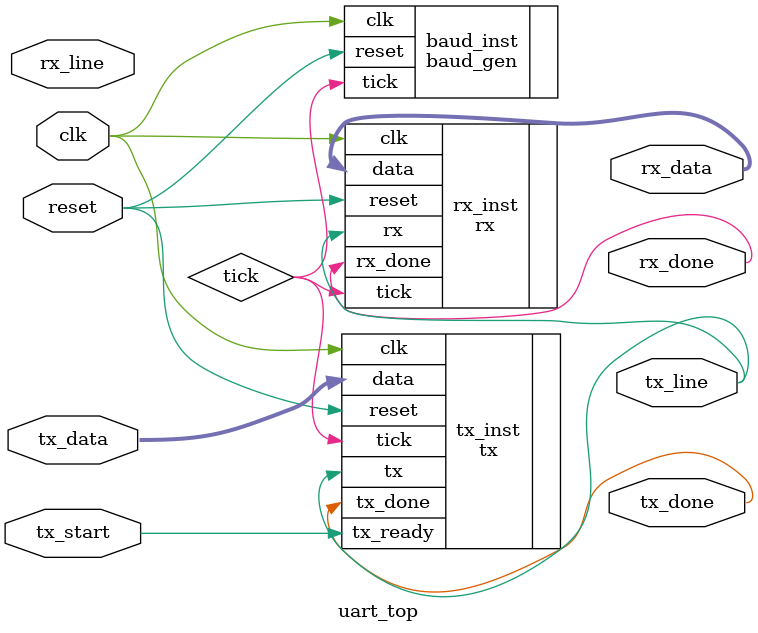
<source format=v>
`include "tx.v"
`include "rx.v"
`include "baud_gen.v"

module uart_top(
    input clk, reset,
    input tx_start,
    input [7:0] tx_data,
    output tx_done,
    output tx_line,
    input rx_line,
    output [7:0] rx_data,
    output rx_done
);
    wire tick;

    // Baud generator
    baud_gen baud_inst (
        .clk(clk),
        .reset(reset),
        .tick(tick)
    );

    // UART Transmitter
    tx tx_inst (
        .clk(clk),
        .reset(reset),
        .tick(tick),
        .data(tx_data),
        .tx_ready(tx_start),
        .tx_done(tx_done),
        .tx(tx_line)
    );

    // UART Receiver
    rx rx_inst (
        .clk(clk),
        .reset(reset),
        .tick(tick),
        .rx(tx_line),     // loopback internally
        .data(rx_data),
        .rx_done(rx_done)
    );
endmodule

</source>
